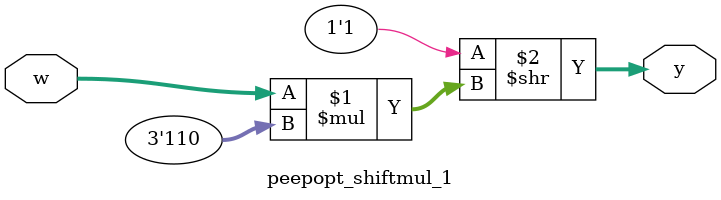
<source format=v>
module peepopt_shiftmul_1 (output [7:0] y, input [2:0] w);
assign y = 1'b1 >> (w * (3'b110));
endmodule

</source>
